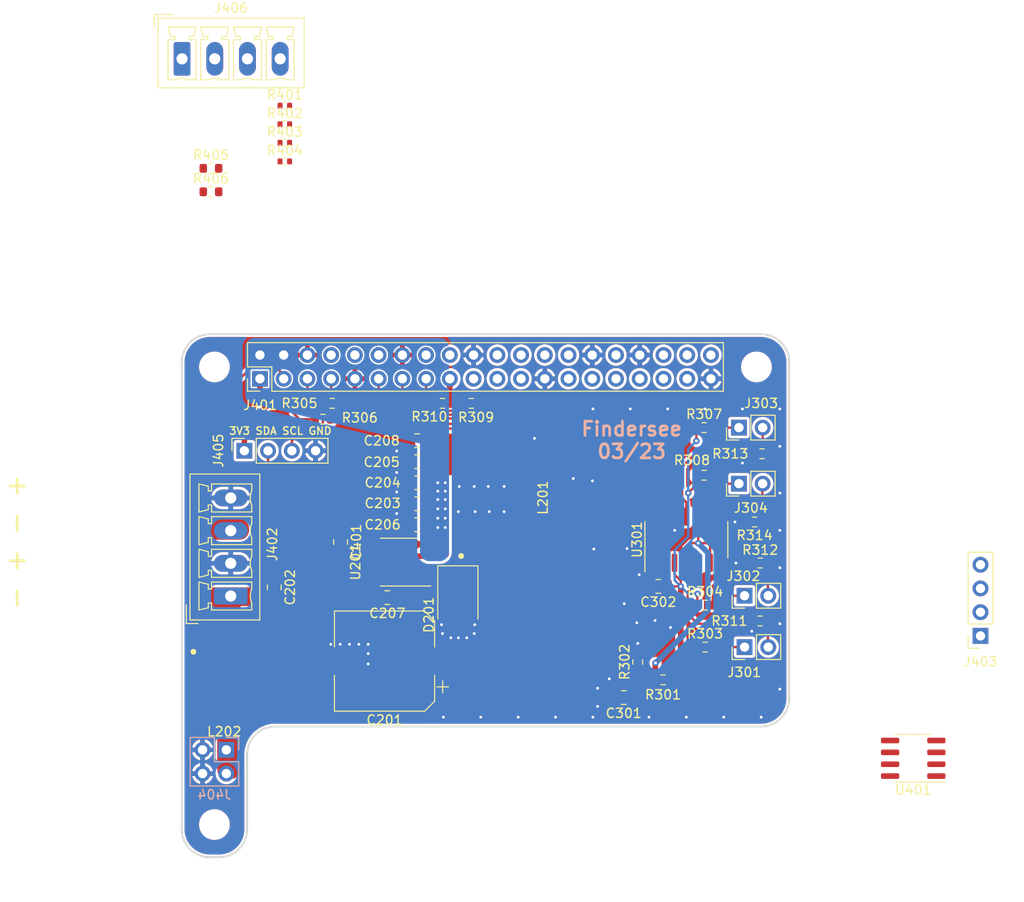
<source format=kicad_pcb>
(kicad_pcb (version 20221018) (generator pcbnew)
  (layers (0 "F.Cu" signal) (31 "B.Cu" signal) (34 "B.Paste" user) (35 "F.Paste" user) (36 "B.SilkS" user "B.Silkscreen") (37 "F.SilkS" user "F.Silkscreen") (38 "B.Mask" user) (39 "F.Mask" user) (44 "Edge.Cuts" user))
  (net 0 "")
  (net 1 "+36V")
  (net 2 "GND")
  (net 3 "VCC")
  (net 4 "+2V5")
  (net 5 "Net-(J301-Pin_1)")
  (net 6 "Net-(J301-Pin_2)")
  (net 7 "VDD")
  (net 8 "/Connectors/SDA")
  (net 9 "/Connectors/SCL")
  (net 10 "/Connectors/GP04")
  (net 11 "Net-(J302-Pin_1)")
  (net 12 "Net-(J302-Pin_2)")
  (net 13 "/Connectors/GP17")
  (net 14 "Net-(J303-Pin_1)")
  (net 15 "/Connectors/GP27")
  (net 16 "/Connectors/GP22")
  (net 17 "Net-(J303-Pin_2)")
  (net 18 "Net-(J304-Pin_1)")
  (net 19 "Net-(J304-Pin_2)")
  (net 36 "VEE")
  (net 37 "/SMPS/sw")
  (net 38 "/SMPS/VIN FILT")
  (net 45 "Net-(J406-Pin_3)")
  (net 46 "Net-(U401-AD1)")
  (net 47 "Net-(U401-AD0)")
  (footprint "Capacitor_SMD:C_0805_2012Metric" (layer "F.Cu") (at 132.2 101.4 180)
    (fp_text reference "C206")
    (fp_text value "47u")
  )
  (footprint "Connector_Phoenix_MC:PhoenixContact_MCV_1,5_4-G-3.5_1x04_P3.50mm_Vertical" (layer "F.Cu") (at 107.035 51.515)
    (fp_text reference "J406")
    (fp_text value "PWR Stack")
  )
  (footprint "Resistor_SMD:R_0402_1005Metric" (layer "F.Cu") (at 118.03 56.53)
    (fp_text reference "R401")
    (fp_text value "0R")
  )
  (footprint "Capacitor_SMD:C_0805_2012Metric" (layer "F.Cu") (at 116.9 108.1 90)
    (fp_text reference "C202")
    (fp_text value "1u")
  )
  (footprint "Resistor_SMD:R_0603_1608Metric" (layer "F.Cu") (at 168.9 111.7 180)
    (fp_text reference "R311")
    (fp_text value "10k")
  )
  (footprint "Capacitor_SMD:C_0805_2012Metric" (layer "F.Cu") (at 154.3 119.9 180)
    (fp_text reference "C301")
    (fp_text value "1u")
  )
  (footprint "Connector_PinHeader_2.54mm:PinHeader_1x02_P2.54mm_Vertical" (layer "F.Cu") (at 166.625 91 90)
    (fp_text reference "J303")
    (fp_text value "Conn_01x02")
  )
  (footprint "Resistor_SMD:R_0603_1608Metric" (layer "F.Cu") (at 168.9 105.5 180)
    (fp_text reference "R312")
    (fp_text value "10k")
  )
  (footprint "Connector_PinSocket_2.54mm:PinSocket_1x04_P2.54mm_Vertical" (layer "F.Cu") (at 113.7 93.475 90)
    (fp_text reference "J405")
    (fp_text value "Conn_01x04")
  )
  (footprint "Connector_PinHeader_2.54mm:PinHeader_1x02_P2.54mm_Vertical" (layer "F.Cu") (at 166.625 97 90)
    (fp_text reference "J304")
    (fp_text value "Conn_01x02")
  )
  (footprint "Resistor_SMD:R_0603_1608Metric" (layer "F.Cu") (at 162.9 96.1)
    (fp_text reference "R308")
    (fp_text value "1M")
  )
  (footprint "Resistor_SMD:R_0603_1608Metric" (layer "F.Cu") (at 163 110)
    (fp_text reference "R304")
    (fp_text value "1M")
  )
  (footprint "Package_SO:SOIC-8_3.9x4.9mm_P1.27mm" (layer "F.Cu") (at 130.2 105.4 180)
    (fp_text reference "U201")
    (fp_text value "XL1509-5.0E1")
  )
  (footprint "Capacitor_SMD:C_0805_2012Metric" (layer "F.Cu") (at 132.2 92.4 180)
    (fp_text reference "C208")
    (fp_text value "47u")
  )
  (footprint "Findersee_parts:YSPI1050" (layer "F.Cu") (at 114.5 117.5)
    (fp_text reference "L202")
    (fp_text value "YSPI1050-680M")
  )
  (footprint "Capacitor_SMD:C_0805_2012Metric" (layer "F.Cu") (at 129 109.2 180)
    (fp_text reference "C207")
    (fp_text value "1u")
  )
  (footprint "Connector_PinHeader_2.54mm:PinHeader_1x02_P2.54mm_Vertical" (layer "F.Cu") (at 167.225 114.5 90)
    (fp_text reference "J301")
    (fp_text value "Conn_01x02")
  )
  (footprint "Connector_PinHeader_2.54mm:PinHeader_2x20_P2.54mm_Vertical" (layer "F.Cu") (at 115.37 85.77 90)
    (fp_text reference "J401")
    (fp_text value "Conn_02x20_Odd_Even")
  )
  (footprint "Resistor_SMD:R_0603_1608Metric" (layer "F.Cu") (at 155.8 116.1 90)
    (fp_text reference "R302")
    (fp_text value "10k")
  )
  (footprint "MountingHole:MountingHole_2.7mm_M2.5" (layer "F.Cu") (at 168.5 84.5)
    (fp_text reference "H402" hide)
    (fp_text value "MountingHole")
  )
  (footprint "Capacitor_SMD:C_0805_2012Metric" (layer "F.Cu") (at 132.2 94.65 180)
    (fp_text reference "C205")
    (fp_text value "47u")
  )
  (footprint "Resistor_SMD:R_0603_1608Metric" (layer "F.Cu") (at 110.13 65.75)
    (fp_text reference "R406")
    (fp_text value "4k7")
  )
  (footprint "Resistor_SMD:R_0603_1608Metric" (layer "F.Cu") (at 158.5 118 180)
    (fp_text reference "R301")
    (fp_text value "10k")
  )
  (footprint "Connector_PinSocket_2.54mm:PinSocket_1x04_P2.54mm_Vertical" (layer "F.Cu") (at 192.475 113.3 180)
    (fp_text reference "J403")
    (fp_text value "Conn_01x04")
  )
  (footprint "Capacitor_SMD:CP_Elec_10x12.5" (layer "F.Cu") (at 128.7 116 180)
    (fp_text reference "C201")
    (fp_text value "470uF / 35V")
  )
  (footprint "Resistor_SMD:R_0603_1608Metric" (layer "F.Cu") (at 134.9 88.4 180)
    (fp_text reference "R310")
    (fp_text value "10k")
  )
  (footprint "Capacitor_SMD:C_0805_2012Metric" (layer "F.Cu") (at 132.2 96.9 180)
    (fp_text reference "C204")
    (fp_text value "47u")
  )
  (footprint "Package_SO:SOIC-14_3.9x8.7mm_P1.27mm" (layer "F.Cu") (at 161 103 90)
    (fp_text reference "U301")
    (fp_text value "LM339")
  )
  (footprint "Resistor_SMD:R_0603_1608Metric" (layer "F.Cu") (at 163 114.5)
    (fp_text reference "R303")
    (fp_text value "1M")
  )
  (footprint "Resistor_SMD:R_0603_1608Metric" (layer "F.Cu") (at 168.3 101.1 180)
    (fp_text reference "R314")
    (fp_text value "10k")
  )
  (footprint "Resistor_SMD:R_0603_1608Metric" (layer "F.Cu") (at 110.13 63.24)
    (fp_text reference "R405")
    (fp_text value "4k7")
  )
  (footprint "Resistor_SMD:R_0603_1608Metric" (layer "F.Cu") (at 122.1 90.1)
    (fp_text reference "R306")
    (fp_text value "10k")
  )
  (footprint "Resistor_SMD:R_0402_1005Metric" (layer "F.Cu") (at 118.03 60.51)
    (fp_text reference "R403")
    (fp_text value "0R")
  )
  (footprint "MountingHole:MountingHole_2.7mm_M2.5" (layer "F.Cu") (at 110.5 133.5)
    (fp_text reference "H403" hide)
    (fp_text value "MountingHole")
  )
  (footprint "Resistor_SMD:R_0603_1608Metric" (layer "F.Cu") (at 138 88.4)
    (fp_text reference "R309")
    (fp_text value "10k")
  )
  (footprint "Findersee_parts:YSPI1050" (layer "F.Cu") (at 139.4 98.5 90)
    (fp_text reference "L201")
    (fp_text value "YSPI1050-680M")
  )
  (footprint "Resistor_SMD:R_0603_1608Metric" (layer "F.Cu") (at 169.1 93.8 180)
    (fp_text reference "R313")
    (fp_text value "10k")
  )
  (footprint "Capacitor_SMD:C_0805_2012Metric" (layer "F.Cu") (at 124 103.25 -90)
    (fp_text reference "C401")
    (fp_text value "1u")
  )
  (footprint "Resistor_SMD:R_0402_1005Metric" (layer "F.Cu") (at 118.03 62.5)
    (fp_text reference "R404")
    (fp_text value "0R")
  )
  (footprint "Resistor_SMD:R_0402_1005Metric" (layer "F.Cu") (at 118.03 58.52)
    (fp_text reference "R402")
    (fp_text value "0R")
  )
  (footprint "Capacitor_SMD:C_0805_2012Metric" (layer "F.Cu") (at 132.2 99.15 180)
    (fp_text reference "C203")
    (fp_text value "47u")
  )
  (footprint "Connector_Phoenix_MC:PhoenixContact_MCV_1,5_4-G-3.5_1x04_P3.50mm_Vertical" (layer "F.Cu") (at 112.2425 109.0325 90)
    (fp_text reference "J402")
    (fp_text value "PWR Stack")
  )
  (footprint "Capacitor_SMD:C_0805_2012Metric" (layer "F.Cu") (at 158 108 180)
    (fp_text reference "C302")
    (fp_text value "1u")
  )
  (footprint "Resistor_SMD:R_0603_1608Metric" (layer "F.Cu") (at 123.1 88.4)
    (fp_text reference "R305")
    (fp_text value "10k")
  )
  (footprint "MountingHole:MountingHole_2.7mm_M2.5" (layer "F.Cu") (at 110.5 84.5)
    (fp_text reference "H401" hide)
    (fp_text value "MountingHole")
  )
  (footprint "Connector_PinHeader_2.54mm:PinHeader_1x02_P2.54mm_Vertical" (layer "F.Cu") (at 167.225 109 90)
    (fp_text reference "J302")
    (fp_text value "Conn_01x02")
  )
  (footprint "Package_SO:SOIC-8_3.9x4.9mm_P1.27mm" (layer "F.Cu") (at 185.275 126.405 180)
    (fp_text reference "U401")
    (fp_text value "~")
  )
  (footprint "Resistor_SMD:R_0603_1608Metric" (layer "F.Cu") (at 162.9 91)
    (fp_text reference "R307")
    (fp_text value "1M")
  )
  (footprint "Diode_SMD:D_SMB" (layer "F.Cu") (at 136.55 109.35 -90)
    (fp_text reference "D201")
    (fp_text value "B340-13F")
  )
  (footprint "Connector_PinSocket_2.54mm:PinSocket_2x02_P2.54mm_Vertical" (layer "B.Cu") (at 111.77 125.5 90)
    (fp_text reference "J404")
    (fp_text value "PWR Stack")
  )
  (gr_arc (start 172.000001 120) (mid 171.121321 122.12132) (end 169.000001 123) (stroke (width 0.2)) (layer "Edge.Cuts"))
  (gr_arc (start 169.000001 81.000001) (mid 171.121321 81.878681) (end 172.000001 84.000001) (stroke (width 0.2)) (layer "Edge.Cuts"))
  (gr_line (start 111.000001 137.000001) (end 110.000001 137.000001) (stroke (width 0.2)) (layer "Edge.Cuts"))
  (gr_line (start 113.999999 125.999999) (end 114.000001 134.000001) (stroke (width 0.2)) (layer "Edge.Cuts"))
  (gr_line (start 107.000001 134.000001) (end 107.000001 84.000001) (stroke (width 0.2)) (layer "Edge.Cuts"))
  (gr_arc (start 110.000001 137.000001) (mid 107.878681 136.121321) (end 107.000001 134.000001) (stroke (width 0.2)) (layer "Edge.Cuts"))
  (gr_line (start 168.999999 122.999999) (end 116.999999 122.999999) (stroke (width 0.2)) (layer "Edge.Cuts"))
  (gr_line (start 172.000001 84.000001) (end 172.000001 120) (stroke (width 0.2)) (layer "Edge.Cuts"))
  (gr_arc (start 113.999999 125.999999) (mid 114.878679 123.878679) (end 116.999999 122.999999) (stroke (width 0.2)) (layer "Edge.Cuts"))
  (gr_arc (start 114.000001 134.000001) (mid 113.121321 136.121321) (end 111.000001 137.000001) (stroke (width 0.2)) (layer "Edge.Cuts"))
  (gr_arc (start 107.000001 84.000001) (mid 107.878681 81.878681) (end 110.000001 81.000001) (stroke (width 0.2)) (layer "Edge.Cuts"))
  (gr_line (start 110.000001 81.000001) (end 169.000001 81.000001) (stroke (width 0.2)) (layer "Edge.Cuts"))
  (gr_text "Findersee\n03/23" (at 155.15 92.35) (layer "B.SilkS") (effects (font (size 1.5 1.5) (thickness 0.3))))
  (gr_text "+ - + -" (at 89.25 103.25 90) (layer "F.SilkS") (effects (font (size 2 2) (thickness 0.3)) (justify mirror)))
  (gr_text "3V3 SDA SCL GND" (at 117.55 91.35) (layer "F.SilkS") (effects (font (size 0.8 0.8))))
  (via (at 137.5 113.5) (size 0.7) (drill 0.3) (layers "F.Cu" "B.Cu") (net 2))
  (via (at 151 89) (size 0.7) (drill 0.3) (layers "F.Cu" "B.Cu") (net 2))
  (via (at 134.8 112.1) (size 0.7) (drill 0.3) (layers "F.Cu" "B.Cu") (net 2))
  (via (at 165 122) (size 0.7) (drill 0.3) (layers "F.Cu" "B.Cu") (net 2))
  (via (at 136.7 97.3) (size 0.7) (drill 0.3) (layers "F.Cu" "B.Cu") (net 2))
  (via (at 125.95 114.2) (size 0.7) (drill 0.3) (layers "F.Cu" "B.Cu") (net 2))
  (via (at 159 89) (size 0.7) (drill 0.3) (layers "F.Cu" "B.Cu") (net 2))
  (via (at 135 122) (size 0.7) (drill 0.3) (layers "F.Cu" "B.Cu") (net 2))
  (via (at 126.95 114.2) (size 0.7) (drill 0.3) (layers "F.Cu" "B.Cu") (net 2))
  (via (at 138.3 97.3) (size 0.7) (drill 0.3) (layers "F.Cu" "B.Cu") (net 2))
  (via (at 155 89) (size 0.7) (drill 0.3) (layers "F.Cu" "B.Cu") (net 2))
  (via (at 147 122) (size 0.7) (drill 0.3) (layers "F.Cu" "B.Cu") (net 2))
  (via (at 148.9 96.45) (size 0.7) (drill 0.3) (layers "F.Cu" "B.Cu") (net 2))
  (via (at 167 94.8) (size 0.7) (drill 0.3) (layers "F.Cu" "B.Cu") (net 2))
  (via (at 136.6 100) (size 0.7) (drill 0.3) (layers "F.Cu" "B.Cu") (net 2))
  (via (at 155.8 114.1) (size 0.7) (drill 0.3) (layers "F.Cu" "B.Cu") (net 2))
  (via (at 157.65 111.65) (size 0.7) (drill 0.3) (layers "F.Cu" "B.Cu") (net 2))
  (via (at 159.75 102) (size 0.7) (drill 0.3) (layers "F.Cu" "B.Cu") (net 2))
  (via (at 138.3 113.05) (size 0.7) (drill 0.3) (layers "F.Cu" "B.Cu") (net 2))
  (via (at 124.95 114.2) (size 0.7) (drill 0.3) (layers "F.Cu" "B.Cu") (net 2))
  (via (at 157 122) (size 0.7) (drill 0.3) (layers "F.Cu" "B.Cu") (net 2))
  (via (at 130 100.2) (size 0.7) (drill 0.3) (layers "F.Cu" "B.Cu") (net 2))
  (via (at 126.95 116.3) (size 0.7) (drill 0.3) (layers "F.Cu" "B.Cu") (net 2))
  (via (at 171 89) (size 0.7) (drill 0.3) (layers "F.Cu" "B.Cu") (net 2))
  (via (at 123.95 114.2) (size 0.7) (drill 0.3) (layers "F.Cu" "B.Cu") (net 2))
  (via (at 135.8 113.5) (size 0.7) (drill 0.3) (layers "F.Cu" "B.Cu") (net 2))
  (via (at 171 106) (size 0.7) (drill 0.3) (layers "F.Cu" "B.Cu") (net 2))
  (via (at 154.35 109.85) (size 0.7) (drill 0.3) (layers "F.Cu" "B.Cu") (net 2))
  (via (at 139.8 97.3) (size 0.7) (drill 0.3) (layers "F.Cu" "B.Cu") (net 2))
  (via (at 151.5 120.85) (size 0.7) (drill 0.3) (layers "F.Cu" "B.Cu") (net 2))
  (via (at 171 98) (size 0.7) (drill 0.3) (layers "F.Cu" "B.Cu") (net 2))
  (via (at 141.5 97.3) (size 0.7) (drill 0.3) (layers "F.Cu" "B.Cu") (net 2))
  (via (at 171 119) (size 0.7) (drill 0.3) (layers "F.Cu" "B.Cu") (net 2))
  (via (at 168 112.8) (size 0.7) (drill 0.3) (layers "F.Cu" "B.Cu") (net 2))
  (via (at 167 89) (size 0.7) (drill 0.3) (layers "F.Cu" "B.Cu") (net 2))
  (via (at 171 93) (size 0.7) (drill 0.3) (layers "F.Cu" "B.Cu") (net 2))
  (via (at 138.4 100) (size 0.7) (drill 0.3) (layers "F.Cu" "B.Cu") (net 2))
  (via (at 171 112) (size 0.7) (drill 0.3) (layers "F.Cu" "B.Cu") (net 2))
  (via (at 136.6 113.5) (size 0.7) (drill 0.3) (layers "F.Cu" "B.Cu") (net 2))
  (via (at 122.95 114.2) (size 0.7) (drill 0.3) (layers "F.Cu" "B.Cu") (net 2))
  (via (at 171 102) (size 0.7) (drill 0.3) (layers "F.Cu" "B.Cu") (net 2))
  (via (at 143 122) (size 0.7) (drill 0.3) (layers "F.Cu" "B.Cu") (net 2))
  (via (at 155.95 106.75) (size 0.7) (drill 0.3) (layers "F.Cu" "B.Cu") (net 2))
  (via (at 139.9 100) (size 0.7) (drill 0.3) (layers "F.Cu" "B.Cu") (net 2))
  (via (at 144.75 92.15) (size 0.7) (drill 0.3) (layers "F.Cu" "B.Cu") (net 2))
  (via (at 130 95.8) (size 0.7) (drill 0.3) (layers "F.Cu" "B.Cu") (net 2))
  (via (at 152.75 117.9) (size 0.7) (drill 0.3) (layers "F.Cu" "B.Cu") (net 2))
  (via (at 141.5 100) (size 0.7) (drill 0.3) (layers "F.Cu" "B.Cu") (net 2))
  (via (at 150.95 96.7) (size 0.7) (drill 0.3) (layers "F.Cu" "B.Cu") (net 2))
  (via (at 126.95 115.2) (size 0.7) (drill 0.3) (layers "F.Cu" "B.Cu") (net 2))
  (via (at 151 122) (size 0.7) (drill 0.3) (layers "F.Cu" "B.Cu") (net 2))
  (via (at 161 122) (size 0.7) (drill 0.3) (layers "F.Cu" "B.Cu") (net 2))
  (via (at 155.7 111.9) (size 0.7) (drill 0.3) (layers "F.Cu" "B.Cu") (net 2))
  (via (at 159.3 112.4) (size 0.7) (drill 0.3) (layers "F.Cu" "B.Cu") (net 2))
  (via (at 151.1 104) (size 0.7) (drill 0.3) (layers "F.Cu" "B.Cu") (net 2))
  (via (at 151.5 118.9) (size 0.7) (drill 0.3) (layers "F.Cu" "B.Cu") (net 2))
  (via (at 130 97.9) (size 0.7) (drill 0.3) (layers "F.Cu" "B.Cu") (net 2))
  (via (at 139 122) (size 0.7) (drill 0.3) (layers "F.Cu" "B.Cu") (net 2))
  (via (at 166.3 105.5) (size 0.7) (drill 0.3) (layers "F.Cu" "B.Cu") (net 2))
  (via (at 163 89) (size 0.7) (drill 0.3) (layers "F.Cu" "B.Cu") (net 2))
  (via (at 169 122) (size 0.7) (drill 0.3) (layers "F.Cu" "B.Cu") (net 2))
  (via (at 154.65 103.95) (size 0.7) (drill 0.3) (layers "F.Cu" "B.Cu") (net 2))
  (via (at 166.2 101.1) (size 0.7) (drill 0.3) (layers "F.Cu" "B.Cu") (net 2))
  (via (at 138.35 112.1) (size 0.7) (drill 0.3) (layers "F.Cu" "B.Cu") (net 2))
  (via (at 130 93.5) (size 0.7) (drill 0.3) (layers "F.Cu" "B.Cu") (net 2))
  (via (at 134.9 113.05) (size 0.7) (drill 0.3) (layers "F.Cu" "B.Cu") (net 2))
  (segment (start 150 96) (end 145.1 91.1) (width 0.25) (layer "F.Cu") (net 3))
  (segment (start 160.4 114.55) (end 160.4 115.35) (width 0.6) (layer "F.Cu") (net 3))
  (segment (start 158.95 108) (end 158.95 109.3) (width 0.25) (layer "F.Cu") (net 3))
  (segment (start 162.075 97.125) (end 162.075 96.1) (width 0.25) (layer "F.Cu") (net 3))
  (segment (start 133.15 91.95) (end 133.15 92.4) (width 0.25) (layer "F.Cu") (net 3))
  (segment (start 162.175 114.5) (end 160.45 114.5) (width 0.25) (layer "F.Cu") (net 3))
  (segment (start 162.175 108.825) (end 162.2 108.8) (width 0.25) (layer "F.Cu") (net 3))
  (segment (start 162.075 92.425) (end 162.075 91) (width 0.25) (layer "F.Cu") (net 3))
  (segment (start 159.73 106.73) (end 160.4 107.4) (width 0.25) (layer "F.Cu") (net 3))
  (segment (start 160.4 115.35) (end 159.325 116.425) (width 0.6) (layer "F.Cu") (net 3))
  (segment (start 155.1 109.3) (end 150 104.2) (width 0.25) (layer "F.Cu") (net 3))
  (segment (start 161.2 98) (end 162.075 97.125) (width 0.25) (layer "F.Cu") (net 3))
  (segment (start 162.175 110) (end 162.175 108.825) (width 0.25) (layer "F.Cu") (net 3))
  (segment (start 159.325 116.425) (end 159.325 118) (width 0.6) (layer "F.Cu") (net 3))
  (segment (start 134 91.1) (end 133.15 91.95) (width 0.25) (layer "F.Cu") (net 3))
  (segment (start 158.95 108) (end 160.4 108) (width 0.25) (layer "F.Cu") (net 3))
  (segment (start 160.4 108) (end 160.4 114.55) (width 0.6) (layer "F.Cu") (net 3))
  (segment (start 159.73 105.475) (end 159.73 106.73) (width 0.25) (layer "F.Cu") (net 3))
  (segment (start 145.1 91.1) (end 134 91.1) (width 0.25) (layer "F.Cu") (net 3))
  (segment (start 160.4 107.4) (end 160.4 108) (width 0.25) (layer "F.Cu") (net 3))
  (segment (start 150 104.2) (end 150 96) (width 0.25) (layer "F.Cu") (net 3))
  (segment (start 158.95 109.3) (end 155.1 109.3) (width 0.25) (layer "F.Cu") (net 3))
  (segment (start 160.45 114.5) (end 160.4 114.55) (width 0.25) (layer "F.Cu") (net 3))
  (via (at 160.4 108) (size 0.7) (drill 0.3) (layers "F.Cu" "B.Cu") (net 3))
  (via (at 162.2 108.8) (size 0.7) (drill 0.3) (layers "F.Cu" "B.Cu") (net 3))
  (via (at 162.075 92.425) (size 0.7) (drill 0.3) (layers "F.Cu" "B.Cu") (net 3))
  (via (at 134.4 100.7) (size 0.7) (drill 0.3) (layers "F.Cu" "B.Cu") (net 3))
  (via (at 135.2 97.8) (size 0.7) (drill 0.3) (layers "F.Cu" "B.Cu") (net 3))
  (via (at 161.2 98) (size 0.7) (drill 0.3) (layers "F.Cu" "B.Cu") (net 3))
  (via (at 134.4 98.7) (size 0.7) (drill 0.3) (layers "F.Cu" "B.Cu") (net 3))
  (via (at 135.2 101.7) (size 0.7) (drill 0.3) (layers "F.Cu" "B.Cu") (net 3))
  (via (at 134.4 99.7) (size 0.7) (drill 0.3) (layers "F.Cu" "B.Cu") (net 3))
  (via (at 135.2 98.7) (size 0.7) (drill 0.3) (layers "F.Cu" "B.Cu") (net 3))
  (via (at 134.4 97.8) (size 0.7) (drill 0.3) (layers "F.Cu" "B.Cu") (net 3))
  (via (at 134.4 101.7) (size 0.7) (drill 0.3) (layers "F.Cu" "B.Cu") (net 3))
  (via (at 135.2 99.7) (size 0.7) (drill 0.3) (layers "F.Cu" "B.Cu") (net 3))
  (via (at 134.4 96.9) (size 0.7) (drill 0.3) (layers "F.Cu" "B.Cu") (net 3))
  (via (at 135.2 96.9) (size 0.7) (drill 0.3) (layers "F.Cu" "B.Cu") (net 3))
  (via (at 135.2 100.7) (size 0.7) (drill 0.3) (layers "F.Cu" "B.Cu") (net 3))
  (segment (start 159.75 107.35) (end 159.75 104.1) (width 0.25) (layer "B.Cu") (net 3))
  (segment (start 162.2 108.8) (end 161.2 108.8) (width 0.25) (layer "B.Cu") (net 3))
  (segment (start 161.2 93.3) (end 162.075 92.425) (width 0.25) (layer "B.Cu") (net 3))
  (segment (start 161.2 102.65) (end 161.2 98) (width 0.25) (layer "B.Cu") (net 3))
  (segment (start 161.2 98) (end 161.2 93.3) (width 0.25) (layer "B.Cu") (net 3))
  (segment (start 160.4 108) (end 159.75 107.35) (width 0.25) (layer "B.Cu") (net 3))
  (segment (start 159.75 104.1) (end 161.2 102.65) (width 0.25) (layer "B.Cu") (net 3))
  (segment (start 161.2 108.8) (end 160.4 108) (width 0.25) (layer "B.Cu") (net 3))
  (segment (start 155.825 118) (end 155.825 116.95) (width 0.6) (layer "F.Cu") (net 4))
  (segment (start 161 103.9) (end 161.53 103.37) (width 0.25) (layer "F.Cu") (net 4))
  (segment (start 155.825 116.95) (end 155.8 116.925) (width 0.6) (layer "F.Cu") (net 4))
  (segment (start 155.825 118) (end 157.675 118) (width 0.6) (layer "F.Cu") (net 4))
  (segment (start 163.25 103.37) (end 163.54 103.66) (width 0.25) (layer "F.Cu") (net 4))
  (segment (start 155.825 118) (end 155.825 119.85) (width 0.6) (layer "F.Cu") (net 4))
  (segment (start 157.675 118) (end 157.675 116.225) (width 0.6) (layer "F.Cu") (net 4))
  (segment (start 157.675 116.225) (end 157.7 116.2) (width 0.6) (layer "F.Cu") (net 4))
  (segment (start 155.825 119.85) (end 155.775 119.9) (width 0.6) (layer "F.Cu") (net 4))
  (segment (start 163.54 103.66) (end 164.81 102.39) (width 0.25) (layer "F.Cu") (net 4))
  (segment (start 162.27 103.37) (end 163.25 103.37) (width 0.25) (layer "F.Cu") (net 4))
  (segment (start 163.54 105.475) (end 163.54 103.66) (width 0.25) (layer "F.Cu") (net 4))
  (segment (start 164.81 102.39) (end 164.81 100.525) (width 0.25) (layer "F.Cu") (net 4))
  (segment (start 162.27 100.525) (end 162.27 103.37) (width 0.25) (layer "F.Cu") (net 4))
  (segment (start 161 105.475) (end 161 103.9) (width 0.25) (layer "F.Cu") (net 4))
  (segment (start 161.53 103.37) (end 162.27 103.37) (width 0.25) (layer "F.Cu") (net 4))
  (via (at 162.27 103.37) (size 0.7) (drill 0.3) (layers "F.Cu" "B.Cu") (net 4))
  (via (at 157.7 116.2) (size 0.7) (drill 0.3) (layers "F.Cu" "B.Cu") (net 4))
  (segment (start 157.7 116.2) (end 163.3 110.6) (width 0.6) (layer "B.Cu") (net 4))
  (segment (start 163.3 110.6) (end 163.3 104.4) (width 0.6) (layer "B.Cu") (net 4))
  (segment (start 163.3 104.4) (end 162.27 103.37) (width 0.6) (layer "B.Cu") (net 4))
  (segment (start 162.27 107.48) (end 162.27 105.475) (width 0.25) (layer "F.Cu") (net 5))
  (segment (start 163.825 112.825) (end 163 112) (width 0.25) (layer "F.Cu") (net 5))
  (segment (start 163 112) (end 162.2 112) (width 0.25) (layer "F.Cu") (net 5))
  (segment (start 161.15 110.95) (end 161.15 108.6) (width 0.25) (layer "F.Cu") (net 5))
  (segment (start 163.825 114.5) (end 163.825 112.825) (width 0.25) (layer "F.Cu") (net 5))
  (segment (start 162.2 112) (end 161.15 110.95) (width 0.25) (layer "F.Cu") (net 5))
  (segment (start 161.15 108.6) (end 162.27 107.48) (width 0.25) (layer "F.Cu") (net 5))
  (segment (start 163.825 114.5) (end 167.225 114.5) (width 0.25) (layer "F.Cu") (net 5))
  (segment (start 169.725 114.46) (end 169.765 114.5) (width 0.25) (layer "F.Cu") (net 6))
  (segment (start 169.725 111.7) (end 169.725 114.46) (width 0.25) (layer "F.Cu") (net 6))
  (segment (start 122.275 88.4) (end 122.275 86.875) (width 0.25) (layer "F.Cu") (net 7))
  (segment (start 121.75 85) (end 121.25 84.5) (width 0.25) (layer "F.Cu") (net 7))
  (segment (start 118.9 89.4) (end 119.6 90.1) (width 0.25) (layer "F.Cu") (net 7))
  (segment (start 121.75 86.35) (end 121.75 85) (width 0.25) (layer "F.Cu") (net 7))
  (segment (start 119.2 84.75) (end 119.2 87.7) (width 0.25) (layer "F.Cu") (net 7))
  (segment (start 121.25 84.5) (end 119.45 84.5) (width 0.25) (layer "F.Cu") (net 7))
  (segment (start 115.37 87.37) (end 115.37 85.77) (width 0.6) (layer "F.Cu") (net 7))
  (segment (start 113.7 91.05) (end 113.7 93.475) (width 0.6) (layer "F.Cu") (net 7))
  (segment (start 119.6 90.1) (end 121.275 90.1) (width 0.25) (layer "F.Cu") (net 7))
  (segment (start 116 88) (end 116 88.75) (width 0.6) (layer "F.Cu") (net 7))
  (segment (start 116 88) (end 115.37 87.37) (width 0.6) (layer "F.Cu") (net 7))
  (segment (start 119.45 84.5) (end 119.2 84.75) (width 0.25) (layer "F.Cu") (net 7))
  (segment (start 122.275 86.875) (end 121.75 86.35) (width 0.25) (layer "F.Cu") (net 7))
  (segment (start 119.2 87.7) (end 118.9 88) (width 0.25) (layer "F.Cu") (net 7))
  (segment (start 116 88.75) (end 113.7 91.05) (width 0.6) (layer "F.Cu") (net 7))
  (segment (start 118.9 88) (end 118.9 89.4) (width 0.25) (layer "F.Cu") (net 7))
  (segment (start 118.9 88) (end 116 88) (width 0.25) (layer "F.Cu") (net 7))
  (segment (start 117.185489 84.635489) (end 114.364511 84.635489) (width 0.25) (layer "F.Cu") (net 8))
  (segment (start 112.8 95.6) (end 116 95.6) (width 0.25) (layer "F.Cu") (net 8))
  (segment (start 117.91 85.36) (end 117.185489 84.635489) (width 0.25) (layer "F.Cu") (net 8))
  (segment (start 114.364511 84.635489) (end 111.85 87.15) (width 0.25) (layer "F.Cu") (net 8))
  (segment (start 116.24 95.36) (end 116.24 93.475) (width 0.25) (layer "F.Cu") (net 8))
  (segment (start 116 95.6) (end 116.24 95.36) (width 0.25) (layer "F.Cu") (net 8))
  (segment (start 111.85 94.65) (end 112.8 95.6) (width 0.25) (layer "F.Cu") (net 8))
  (segment (start 117.91 85.77) (end 117.91 85.36) (width 0.25) (layer "F.Cu") (net 8))
  (segment (start 111.85 87.15) (end 111.85 94.65) (width 0.25) (layer "F.Cu") (net 8))
  (segment (start 121.4 89.3) (end 121.95 89.3) (width 0.25) (layer "F.Cu") (net 9))
  (segment (start 120.45 88.35) (end 121.4 89.3) (width 0.25) (layer "F.Cu") (net 9))
  (segment (start 122.1 89.45) (end 122.1 91) (width 0.25) (layer "F.Cu") (net 9))
  (segment (start 121.3 91.8) (end 119.4 91.8) (width 0.25) (layer "F.Cu") (net 9))
  (segment (start 119.4 91.8) (end 118.78 92.42) (width 0.25) (layer "F.Cu") (net 9))
  (segment (start 122.1 91) (end 121.3 91.8) (width 0.25) (layer "F.Cu") (net 9))
  (segment (start 118.78 92.42) (end 118.78 93.475) (width 0.25) (layer "F.Cu") (net 9))
  (segment (start 121.95 89.3) (end 122.1 89.45) (width 0.25) (layer "F.Cu") (net 9))
  (segment (start 120.45 85.77) (end 120.45 88.35) (width 0.25) (layer "F.Cu") (net 9))
  (segment (start 120.45 85.77) (end 119.93 85.77) (width 0.25) (layer "B.Cu") (net 9))
  (segment (start 155.5 103.5) (end 154.4 102.4) (width 0.25) (layer "F.Cu") (net 10))
  (segment (start 128.4 90.6) (end 127.9 90.1) (width 0.25) (layer "F.Cu") (net 10))
  (segment (start 157.19 105.475) (end 157.19 103.89) (width 0.25) (layer "F.Cu") (net 10))
  (segment (start 146.5 90.6) (end 128.4 90.6) (width 0.25) (layer "F.Cu") (net 10))
  (segment (start 122.925 89.175) (end 122.925 90.1) (width 0.25) (layer "F.Cu") (net 10))
  (segment (start 122.99 85.77) (end 122.99 86.99) (width 0.25) (layer "F.Cu") (net 10))
  (segment (start 154.4 98.5) (end 147.25 91.35) (width 0.25) (layer "F.Cu") (net 10))
  (segment (start 122.99 86.99) (end 123.1 87.1) (width 0.25) (layer "F.Cu") (net 10))
  (segment (start 156.8 103.5) (end 155.5 103.5) (width 0.25) (layer "F.Cu") (net 10))
  (segment (start 147.25 91.35) (end 147.15 91.25) (width 0.25) (layer "F.Cu") (net 10))
  (segment (start 123.1 89) (end 122.925 89.175) (width 0.25) (layer "F.Cu") (net 10))
  (segment (start 122.925 90.1) (end 127.9 90.1) (width 0.25) (layer "F.Cu") (net 10))
  (segment (start 147.15 91.25) (end 146.5 90.6) (width 0.25) (layer "F.Cu") (net 10))
  (segment (start 154.4 102.4) (end 154.4 98.5) (width 0.25) (layer "F.Cu") (net 10))
  (segment (start 123.1 87.1) (end 123.1 89) (width 0.25) (layer "F.Cu") (net 10))
  (segment (start 157.19 103.89) (end 156.8 103.5) (width 0.25) (layer "F.Cu") (net 10))
  (segment (start 164.81 105.475) (end 164.81 106.99) (width 0.25) (layer "F.Cu") (net 11))
  (segment (start 166 109) (end 167.225 109) (width 0.25) (layer "F.Cu") (net 11))
  (segment (start 164.81 106.99) (end 163.825 107.975) (width 0.25) (layer "F.Cu") (net 11))
  (segment (start 163.825 110) (end 165 110) (width 0.25) (layer "F.Cu") (net 11))
  (segment (start 165 110) (end 166 109) (width 0.25) (layer "F.Cu") (net 11))
  (segment (start 163.825 107.975) (end 163.825 110) (width 0.25) (layer "F.Cu") (net 11))
  (segment (start 169.725 105.5) (end 169.725 108.96) (width 0.25) (layer "F.Cu") (net 12))
  (segment (start 169.725 108.96) (end 169.765 109) (width 0.25) (layer "F.Cu") (net 12))
  (segment (start 155.1 101.7) (end 156 102.6) (width 0.25) (layer "F.Cu") (net 13))
  (segment (start 147.01904 90.01904) (end 155.1 98.1) (width 0.25) (layer "F.Cu") (net 13))
  (segment (start 127.4 88.4) (end 129.01904 90.01904) (width 0.25) (layer "F.Cu") (net 13))
  (segment (start 123.925 88.4) (end 127.4 88.4) (width 0.25) (layer "F.Cu") (net 13))
  (segment (start 157.5 102.6) (end 158.46 103.56) (width 0.25) (layer "F.Cu") (net 13))
  (segment (start 129.01904 90.01904) (end 147.01904 90.01904) (width 0.25) (layer "F.Cu") (net 13))
  (segment (start 156 102.6) (end 157.5 102.6) (width 0.25) (layer "F.Cu") (net 13))
  (segment (start 128.07 85.77) (end 128.07 86.87) (width 0.25) (layer "F.Cu") (net 13))
  (segment (start 155.1 98.1) (end 155.1 101.7) (width 0.25) (layer "F.Cu") (net 13))
  (segment (start 158.46 103.56) (end 158.46 105.475) (width 0.25) (layer "F.Cu") (net 13))
  (segment (start 127.4 88.4) (end 128.07 87.73) (width 0.25) (layer "F.Cu") (net 13))
  (segment (start 128.07 87.73) (end 128.07 86.87) (width 0.25) (layer "F.Cu") (net 13))
  (segment (start 163.725 92.025) (end 163.725 91) (width 0.25) (layer "F.Cu") (net 14))
  (segment (start 161 99) (end 160.55 98.55) (width 0.25) (layer "F.Cu") (net 14))
  (segment (start 161 100.525) (end 161 99) (width 0.25) (layer "F.Cu") (net 14))
  (segment (start 163.725 91) (end 166.625 91) (width 0.25) (layer "F.Cu") (net 14))
  (segment (start 160.55 95.2) (end 163.725 92.025) (width 0.25) (layer "F.Cu") (net 14))
  (segment (start 160.55 98.55) (end 160.55 95.2) (width 0.25) (layer "F.Cu") (net 14))
  (segment (start 147.6 89.1) (end 157.19 98.69) (width 0.25) (layer "F.Cu") (net 15))
  (segment (start 131.3 87.7) (end 130.61 87.01) (width 0.25) (layer "F.Cu") (net 15))
  (segment (start 134.40952 89.60952) (end 134.075 89.275) (width 0.25) (layer "F.Cu") (net 15))
  (segment (start 132 88.4) (end 131.3 87.7) (width 0.25) (layer "F.Cu") (net 15))
  (segment (start 139.25 89.55) (end 139.19048 89.60952) (width 0.25) (layer "F.Cu") (net 15))
  (segment (start 157.19 98.69) (end 157.19 100.525) (width 0.25) (layer "F.Cu") (net 15))
  (segment (start 130.61 87.01) (end 130.61 85.77) (width 0.25) (layer "F.Cu") (net 15))
  (segment (start 147.6 89.1) (end 139.7 89.1) (width 0.25) (layer "F.Cu") (net 15))
  (segment (start 134.075 88.4) (end 132 88.4) (width 0.25) (layer "F.Cu") (net 15))
  (segment (start 135.10952 89.60952) (end 134.40952 89.60952) (width 0.25) (layer "F.Cu") (net 15))
  (segment (start 134.075 89.275) (end 134.075 88.4) (width 0.25) (layer "F.Cu") (net 15))
  (segment (start 139.19048 89.60952) (end 135.10952 89.60952) (width 0.25) (layer "F.Cu") (net 15))
  (segment (start 139.7 89.1) (end 139.25 89.55) (width 0.25) (layer "F.Cu") (net 15))
  (segment (start 135.2 89.2) (end 134.9 88.9) (width 0.25) (layer "F.Cu") (net 16))
  (segment (start 134.9 87.6) (end 134.7 87.4) (width 0.25) (layer "F.Cu") (net 16))
  (segment (start 133.4 87.4) (end 133.15 87.15) (width 0.25) (layer "F.Cu") (net 16))
  (segment (start 148.1 88.4) (end 148.5 88.8) (width 0.25) (layer "F.Cu") (net 16))
  (segment (start 133.15 85.77) (end 133.15 87.15) (width 0.25) (layer "F.Cu") (net 16))
  (segment (start 138.825 88.4) (end 138.025 89.2) (width 0.25) (layer "F.Cu") (net 16))
  (segment (start 134.7 87.4) (end 133.4 87.4) (width 0.25) (layer "F.Cu") (net 16))
  (segment (start 138.825 88.4) (end 148.1 88.4) (width 0.25) (layer "F.Cu") (net 16))
  (segment (start 134.9 88.9) (end 134.9 87.6) (width 0.25) (layer "F.Cu") (net 16))
  (segment (start 158.46 100.525) (end 158.46 98.76) (width 0.25) (layer "F.Cu") (net 16))
  (segment (start 158.46 98.76) (end 148.5 88.8) (width 0.25) (layer "F.Cu") (net 16))
  (segment (start 138.025 89.2) (end 135.2 89.2) (width 0.25) (layer "F.Cu") (net 16))
  (segment (start 169.925 93.125) (end 169.165 92.365) (width 0.25) (layer "F.Cu") (net 17))
  (segment (start 169.925 93.8) (end 169.925 93.125) (width 0.25) (layer "F.Cu") (net 17))
  (segment (start 169.165 92.365) (end 169.165 91) (width 0.25) (layer "F.Cu") (net 17))
  (segment (start 166.625 97) (end 165.4 97) (width 0.25) (layer "F.Cu") (net 18))
  (segment (start 163.54 100.525) (end 163.54 97.81) (width 0.25) (layer "F.Cu") (net 18))
  (segment (start 164.5 96.1) (end 165.4 97) (width 0.25) (layer "F.Cu") (net 18))
  (segment (start 163.54 97.81) (end 163.725 97.625) (width 0.25) (layer "F.Cu") (net 18))
  (segment (start 163.725 97.625) (end 163.725 96.1) (width 0.25) (layer "F.Cu") (net 18))
  (segment (start 163.725 96.1) (end 164.5 96.1) (width 0.25) (layer "F.Cu") (net 18))
  (segment (start 169.125 97.04) (end 169.165 97) (width 0.25) (layer "F.Cu") (net 19))
  (segment (start 169.125 101.1) (end 169.125 97.04) (width 0.25) (layer "F.Cu") (net 19))
  (segment (start 135.725 88.4) (end 137.175 88.4) (width 0.6) (layer "F.Cu") (net 36))
  (segment (start 135.69 88.365) (end 135.725 88.4) (width 0.6) (layer "F.Cu") (net 36))
  (segment (start 135.69 85.77) (end 135.69 88.365) (width 0.6) (layer "F.Cu") (net 36))
  (zone (net 3) (net_name "VCC") (layer "F.Cu") (priority 1) (connect_pads yes (clearance 0.508)) (min_thickness 0.254) (fill yes (thermal_gap 0.508) (thermal_bridge_width 0.508) (smoothing fillet) (radius 0.5))
    (polygon (pts (xy 132.5 91.65) (xy 141.5 91.65) (xy 141.5 96.1) (xy 135.6 96.1) (xy 135.6 105) (xy 132.5 105.05)))
  )
  (zone (net 38) (net_name "/SMPS/VIN FILT") (layer "F.Cu") (priority 1) (connect_pads yes (clearance 0.3)) (min_thickness 0.2) (fill yes (thermal_gap 0.508) (thermal_bridge_width 0.508) (smoothing fillet) (radius 1))
    (polygon (pts (xy 121.4 117.7) (xy 129.15 117.7) (xy 129.15 107) (xy 134.05 107) (xy 134.05 122.8) (xy 116.3 122.8) (xy 116.3 114.25) (xy 121.4 114.25)))
  )
  (zone (net 1) (net_name "+36V") (layer "F.Cu") (priority 1) (connect_pads yes (clearance 0.3)) (min_thickness 0.254) (fill yes (thermal_gap 0.3) (thermal_bridge_width 0.5) (smoothing fillet) (radius 1))
    (polygon (pts (xy 114.2 103) (xy 110.1 103) (xy 110.1 108.1) (xy 117.6 108.1) (xy 117.6 110.1) (xy 113.3 110.1) (xy 113.3 128.6) (xy 110.8 128.6) (xy 110.8 122.7) (xy 107.3 122.7) (xy 107.3 100.8) (xy 114.2 100.8)))
  )
  (zone (net 37) (net_name "/SMPS/sw") (layer "F.Cu") (priority 2) (connect_pads yes (clearance 0.508)) (min_thickness 0.254) (fill yes (thermal_gap 0.508) (thermal_bridge_width 0.508) (smoothing fillet) (radius 2))
    (polygon (pts (xy 135.4 106.45) (xy 131.7 106.45) (xy 131.7 105.7) (xy 136 105.7) (xy 137.6 104.45) (xy 137.6 103.55) (xy 141.2 103.55) (xy 141.2 105.95) (xy 137.7 105.95) (xy 137.7 108.45) (xy 135.4 108.45)))
  )
  (zone (net 2) (net_name "GND") (layers "F&B.Cu") (connect_pads thru_hole_only (clearance 0.3)) (min_thickness 0.2) (fill yes (thermal_gap 0.3) (thermal_bridge_width 0.508))
    (polygon (pts (xy 176.85 83.45) (xy 176.85 120.25) (xy 155.3 141.8) (xy 103.95 141.8) (xy 103.95 78.6) (xy 172 78.6)))
  )
  (zone (net 3) (net_name "VCC") (layer "B.Cu") (priority 1) (connect_pads yes (clearance 0.16)) (min_thickness 0.2) (fill yes (thermal_gap 0.508) (thermal_bridge_width 0.508) (smoothing fillet) (radius 1))
    (polygon (pts (xy 135.6 81.4) (xy 135.6 105.3) (xy 132.5 105.3) (xy 132.5 92.7) (xy 113.8 88.3) (xy 113.8 81.4)))
  )
)
</source>
